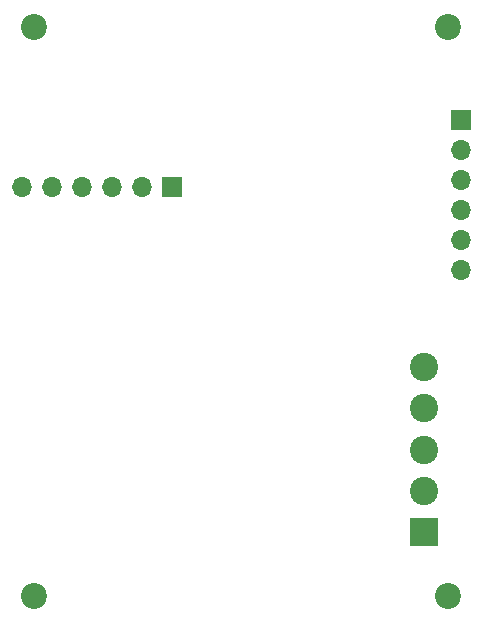
<source format=gbr>
%TF.GenerationSoftware,KiCad,Pcbnew,7.0.9*%
%TF.CreationDate,2024-01-09T17:40:00-08:00*%
%TF.ProjectId,RS-232 Logger,52532d32-3332-4204-9c6f-676765722e6b,rev?*%
%TF.SameCoordinates,Original*%
%TF.FileFunction,Soldermask,Bot*%
%TF.FilePolarity,Negative*%
%FSLAX46Y46*%
G04 Gerber Fmt 4.6, Leading zero omitted, Abs format (unit mm)*
G04 Created by KiCad (PCBNEW 7.0.9) date 2024-01-09 17:40:00*
%MOMM*%
%LPD*%
G01*
G04 APERTURE LIST*
%ADD10R,2.400000X2.400000*%
%ADD11C,2.400000*%
%ADD12R,1.700000X1.700000*%
%ADD13O,1.700000X1.700000*%
%ADD14C,2.200000*%
G04 APERTURE END LIST*
D10*
%TO.C,J2*%
X63246000Y-73086200D03*
D11*
X63246000Y-69586200D03*
X63246000Y-66086200D03*
X63246000Y-62586200D03*
X63246000Y-59086200D03*
%TD*%
D12*
%TO.C,J3*%
X66446400Y-38150800D03*
D13*
X66446400Y-40690800D03*
X66446400Y-43230800D03*
X66446400Y-45770800D03*
X66446400Y-48310800D03*
X66446400Y-50850800D03*
%TD*%
D14*
%TO.C,REF\u002A\u002A*%
X65302800Y-78475200D03*
%TD*%
D12*
%TO.C,J1*%
X41910000Y-43815000D03*
D13*
X39370000Y-43815000D03*
X36830000Y-43815000D03*
X34290000Y-43815000D03*
X31750000Y-43815000D03*
X29210000Y-43815000D03*
%TD*%
D14*
%TO.C,REF\u002A\u002A*%
X65302800Y-30312800D03*
%TD*%
%TO.C,REF\u002A\u002A*%
X30302800Y-78475200D03*
%TD*%
%TO.C,REF\u002A\u002A*%
X30302800Y-30312800D03*
%TD*%
M02*

</source>
